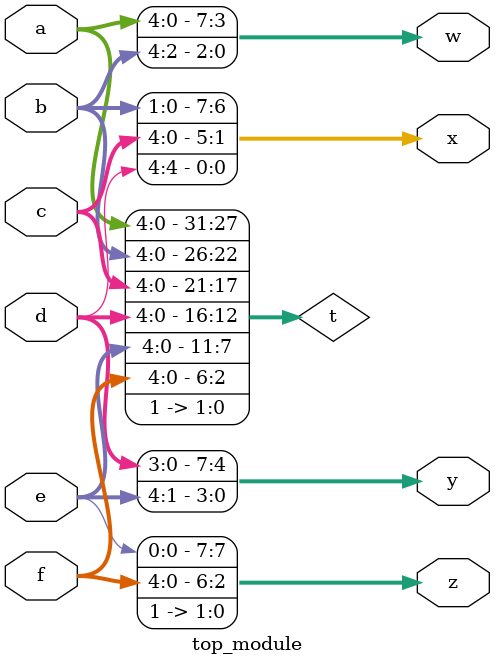
<source format=v>
module top_module (
    input [4:0] a, b, c, d, e, f, 
    output [7:0] w, x, y, z       
);
    wire [31:0] t;     
    assign t = {a, b, c, d, e, f, 1'b1, 1'b1};  

    assign w = t[31:24];  
    assign x = t[23:16]; 
    assign y = t[15:8];   
    assign z = t[7:0];    

endmodule

</source>
